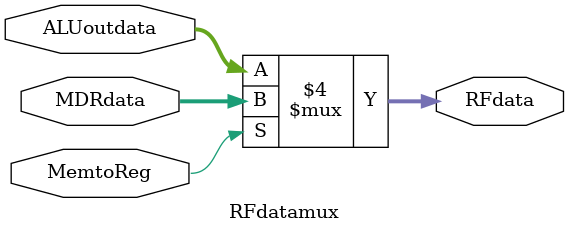
<source format=v>
`timescale 1ns / 1ps


module RFdatamux(
    input [31:0]MDRdata,
    input [31:0]ALUoutdata,
    input MemtoReg, 
    output reg [31:0]RFdata
);
    always@(*) begin
        if(MemtoReg == 1)
            RFdata = MDRdata;
        else
            RFdata = ALUoutdata;
    end
endmodule

</source>
